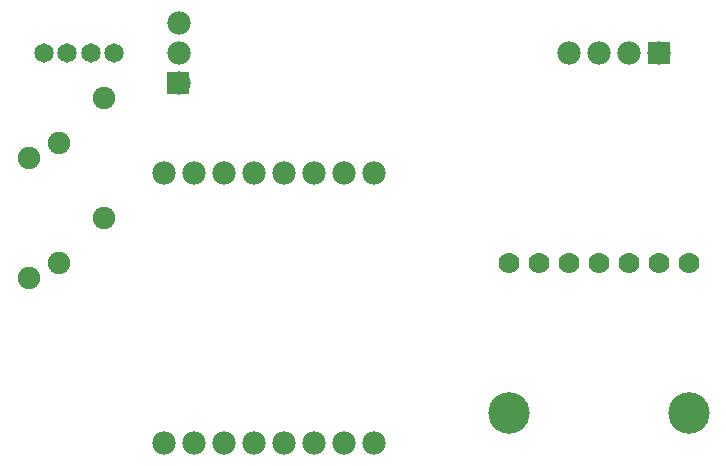
<source format=gtl>
G04 MADE WITH FRITZING*
G04 WWW.FRITZING.ORG*
G04 DOUBLE SIDED*
G04 HOLES PLATED*
G04 CONTOUR ON CENTER OF CONTOUR VECTOR*
%ASAXBY*%
%FSLAX23Y23*%
%MOIN*%
%OFA0B0*%
%SFA1.0B1.0*%
%ADD10C,0.077778*%
%ADD11C,0.138425*%
%ADD12C,0.070000*%
%ADD13C,0.078000*%
%ADD14C,0.065000*%
%ADD15C,0.075000*%
%ADD16R,0.078000X0.078000*%
%LNCOPPER1*%
G90*
G70*
G54D10*
X1251Y1065D03*
X1151Y1065D03*
X1051Y1065D03*
X951Y1065D03*
X851Y1065D03*
X751Y1065D03*
X651Y1065D03*
X551Y1065D03*
X551Y165D03*
X651Y165D03*
X751Y165D03*
X851Y165D03*
X951Y165D03*
X1051Y165D03*
X1151Y165D03*
X1251Y165D03*
G54D11*
X2301Y265D03*
G54D12*
X2301Y765D03*
X2201Y765D03*
X2101Y765D03*
X2001Y765D03*
X1901Y765D03*
X1801Y765D03*
X1701Y765D03*
G54D11*
X1701Y265D03*
G54D13*
X601Y1566D03*
X601Y1465D03*
X601Y1365D03*
X2201Y1465D03*
X2101Y1465D03*
X2001Y1465D03*
X1901Y1465D03*
G54D14*
X151Y1465D03*
X230Y1465D03*
X308Y1465D03*
X387Y1465D03*
G54D15*
X351Y915D03*
X351Y1315D03*
X201Y765D03*
X201Y1165D03*
X101Y1115D03*
X101Y715D03*
G54D16*
X600Y1365D03*
X2201Y1465D03*
G04 End of Copper1*
M02*
</source>
